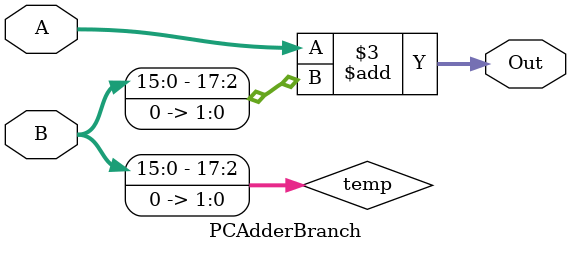
<source format=v>
`timescale 1ns / 1ps


module PCAdderBranch(A, B, Out);
    input [31:0] A;
    input [15:0] B;
    output reg [31:0] Out;
    reg [17:0] temp;
    
    always @(*)
    begin
        temp = B << 2;
        Out = A + temp;
    end
endmodule

</source>
